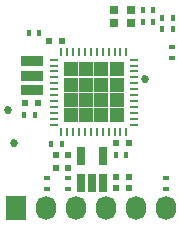
<source format=gts>
G04 #@! TF.FileFunction,Soldermask,Top*
%FSLAX46Y46*%
G04 Gerber Fmt 4.6, Leading zero omitted, Abs format (unit mm)*
G04 Created by KiCad (PCBNEW 4.0.2-stable) date 5/16/2016 9:00:35 PM*
%MOMM*%
G01*
G04 APERTURE LIST*
%ADD10C,0.100000*%
%ADD11R,0.600000X0.500000*%
%ADD12R,0.500000X0.600000*%
%ADD13R,0.400000X0.600000*%
%ADD14R,0.600000X0.400000*%
%ADD15C,0.685800*%
%ADD16R,0.700000X0.250000*%
%ADD17R,0.250000X0.700000*%
%ADD18R,1.287500X1.287500*%
%ADD19R,1.900000X0.900000*%
%ADD20R,1.727200X2.032000*%
%ADD21O,1.727200X2.032000*%
%ADD22R,0.797560X0.797560*%
%ADD23R,0.758800X1.520800*%
G04 APERTURE END LIST*
D10*
D11*
X200237000Y-111696500D03*
X201337000Y-111696500D03*
D12*
X196151500Y-109876500D03*
X196151500Y-110976500D03*
X195199000Y-109876500D03*
X195199000Y-110976500D03*
D11*
X193653500Y-105410000D03*
X192553500Y-105410000D03*
X200237000Y-108839000D03*
X201337000Y-108839000D03*
X200237000Y-112649000D03*
X201337000Y-112649000D03*
X195685500Y-100203000D03*
X194585500Y-100203000D03*
D13*
X192463000Y-106489500D03*
X193363000Y-106489500D03*
X205047000Y-98234500D03*
X204147000Y-98234500D03*
X204147000Y-99187000D03*
X205047000Y-99187000D03*
X200210000Y-109855000D03*
X201110000Y-109855000D03*
D14*
X204978000Y-101605500D03*
X204978000Y-100705500D03*
X194437000Y-112718000D03*
X194437000Y-111818000D03*
X196151500Y-112718000D03*
X196151500Y-111818000D03*
X204470000Y-112718000D03*
X204470000Y-111818000D03*
D13*
X194749000Y-108902500D03*
X195649000Y-108902500D03*
X192844000Y-99504500D03*
X193744000Y-99504500D03*
X202496000Y-97536000D03*
X203396000Y-97536000D03*
X203396000Y-98552000D03*
X202496000Y-98552000D03*
D15*
X191579500Y-108839000D03*
X202692000Y-103441500D03*
D16*
X194974000Y-101771000D03*
X194974000Y-102271000D03*
X194974000Y-102771000D03*
X194974000Y-103271000D03*
X194974000Y-103771000D03*
X194974000Y-104271000D03*
X194974000Y-104771000D03*
X194974000Y-105271000D03*
X194974000Y-105771000D03*
X194974000Y-106271000D03*
X194974000Y-106771000D03*
X194974000Y-107271000D03*
D17*
X195624000Y-107921000D03*
X196124000Y-107921000D03*
X196624000Y-107921000D03*
X197124000Y-107921000D03*
X197624000Y-107921000D03*
X198124000Y-107921000D03*
X198624000Y-107921000D03*
X199124000Y-107921000D03*
X199624000Y-107921000D03*
X200124000Y-107921000D03*
X200624000Y-107921000D03*
X201124000Y-107921000D03*
D16*
X201774000Y-107271000D03*
X201774000Y-106771000D03*
X201774000Y-106271000D03*
X201774000Y-105771000D03*
X201774000Y-105271000D03*
X201774000Y-104771000D03*
X201774000Y-104271000D03*
X201774000Y-103771000D03*
X201774000Y-103271000D03*
X201774000Y-102771000D03*
X201774000Y-102271000D03*
X201774000Y-101771000D03*
D17*
X201124000Y-101121000D03*
X200624000Y-101121000D03*
X200124000Y-101121000D03*
X199624000Y-101121000D03*
X199124000Y-101121000D03*
X198624000Y-101121000D03*
X198124000Y-101121000D03*
X197624000Y-101121000D03*
X197124000Y-101121000D03*
X196624000Y-101121000D03*
X196124000Y-101121000D03*
X195624000Y-101121000D03*
D18*
X200305250Y-106452250D03*
X200305250Y-105164750D03*
X200305250Y-103877250D03*
X200305250Y-102589750D03*
X199017750Y-106452250D03*
X199017750Y-105164750D03*
X199017750Y-103877250D03*
X199017750Y-102589750D03*
X197730250Y-106452250D03*
X197730250Y-105164750D03*
X197730250Y-103877250D03*
X197730250Y-102589750D03*
X196442750Y-106452250D03*
X196442750Y-105164750D03*
X196442750Y-103877250D03*
X196442750Y-102589750D03*
D19*
X193167000Y-101924000D03*
X193167000Y-103124000D03*
X193167000Y-104324000D03*
D20*
X191770000Y-114300000D03*
D21*
X194310000Y-114300000D03*
X196850000Y-114300000D03*
X199390000Y-114300000D03*
X201930000Y-114300000D03*
X204470000Y-114300000D03*
D22*
X201536300Y-97536000D03*
X200037700Y-97536000D03*
X201536300Y-98679000D03*
X200037700Y-98679000D03*
D23*
X197307200Y-112229900D03*
X198247000Y-112229900D03*
X199186800Y-112229900D03*
X199186800Y-109893100D03*
X197307200Y-109893100D03*
D15*
X191135000Y-106045000D03*
M02*

</source>
